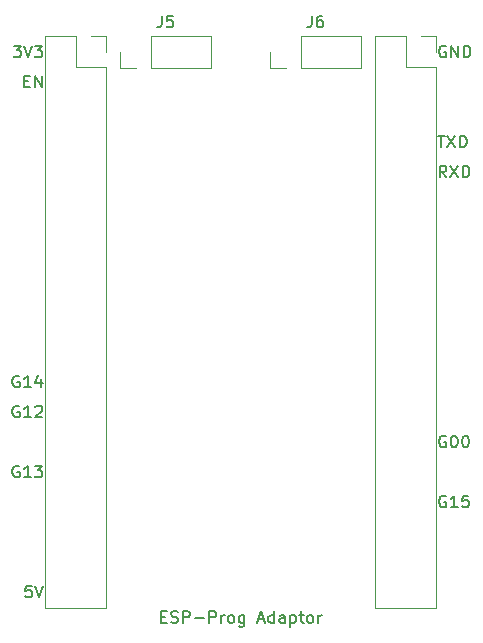
<source format=gbr>
%TF.GenerationSoftware,KiCad,Pcbnew,(5.1.9)-1*%
%TF.CreationDate,2021-09-08T22:52:31+09:00*%
%TF.ProjectId,esp-prog-adator,6573702d-7072-46f6-972d-616461746f72,rev?*%
%TF.SameCoordinates,Original*%
%TF.FileFunction,Legend,Top*%
%TF.FilePolarity,Positive*%
%FSLAX46Y46*%
G04 Gerber Fmt 4.6, Leading zero omitted, Abs format (unit mm)*
G04 Created by KiCad (PCBNEW (5.1.9)-1) date 2021-09-08 22:52:31*
%MOMM*%
%LPD*%
G01*
G04 APERTURE LIST*
%ADD10C,0.150000*%
%ADD11C,0.120000*%
G04 APERTURE END LIST*
D10*
X116429404Y-108720000D02*
X116334166Y-108672380D01*
X116191309Y-108672380D01*
X116048452Y-108720000D01*
X115953214Y-108815238D01*
X115905595Y-108910476D01*
X115857976Y-109100952D01*
X115857976Y-109243809D01*
X115905595Y-109434285D01*
X115953214Y-109529523D01*
X116048452Y-109624761D01*
X116191309Y-109672380D01*
X116286547Y-109672380D01*
X116429404Y-109624761D01*
X116477023Y-109577142D01*
X116477023Y-109243809D01*
X116286547Y-109243809D01*
X117429404Y-109672380D02*
X116857976Y-109672380D01*
X117143690Y-109672380D02*
X117143690Y-108672380D01*
X117048452Y-108815238D01*
X116953214Y-108910476D01*
X116857976Y-108958095D01*
X118334166Y-108672380D02*
X117857976Y-108672380D01*
X117810357Y-109148571D01*
X117857976Y-109100952D01*
X117953214Y-109053333D01*
X118191309Y-109053333D01*
X118286547Y-109100952D01*
X118334166Y-109148571D01*
X118381785Y-109243809D01*
X118381785Y-109481904D01*
X118334166Y-109577142D01*
X118286547Y-109624761D01*
X118191309Y-109672380D01*
X117953214Y-109672380D01*
X117857976Y-109624761D01*
X117810357Y-109577142D01*
X116429404Y-103640000D02*
X116334166Y-103592380D01*
X116191309Y-103592380D01*
X116048452Y-103640000D01*
X115953214Y-103735238D01*
X115905595Y-103830476D01*
X115857976Y-104020952D01*
X115857976Y-104163809D01*
X115905595Y-104354285D01*
X115953214Y-104449523D01*
X116048452Y-104544761D01*
X116191309Y-104592380D01*
X116286547Y-104592380D01*
X116429404Y-104544761D01*
X116477023Y-104497142D01*
X116477023Y-104163809D01*
X116286547Y-104163809D01*
X117096071Y-103592380D02*
X117191309Y-103592380D01*
X117286547Y-103640000D01*
X117334166Y-103687619D01*
X117381785Y-103782857D01*
X117429404Y-103973333D01*
X117429404Y-104211428D01*
X117381785Y-104401904D01*
X117334166Y-104497142D01*
X117286547Y-104544761D01*
X117191309Y-104592380D01*
X117096071Y-104592380D01*
X117000833Y-104544761D01*
X116953214Y-104497142D01*
X116905595Y-104401904D01*
X116857976Y-104211428D01*
X116857976Y-103973333D01*
X116905595Y-103782857D01*
X116953214Y-103687619D01*
X117000833Y-103640000D01*
X117096071Y-103592380D01*
X118048452Y-103592380D02*
X118143690Y-103592380D01*
X118238928Y-103640000D01*
X118286547Y-103687619D01*
X118334166Y-103782857D01*
X118381785Y-103973333D01*
X118381785Y-104211428D01*
X118334166Y-104401904D01*
X118286547Y-104497142D01*
X118238928Y-104544761D01*
X118143690Y-104592380D01*
X118048452Y-104592380D01*
X117953214Y-104544761D01*
X117905595Y-104497142D01*
X117857976Y-104401904D01*
X117810357Y-104211428D01*
X117810357Y-103973333D01*
X117857976Y-103782857D01*
X117905595Y-103687619D01*
X117953214Y-103640000D01*
X118048452Y-103592380D01*
X115762738Y-78192380D02*
X116334166Y-78192380D01*
X116048452Y-79192380D02*
X116048452Y-78192380D01*
X116572261Y-78192380D02*
X117238928Y-79192380D01*
X117238928Y-78192380D02*
X116572261Y-79192380D01*
X117619880Y-79192380D02*
X117619880Y-78192380D01*
X117857976Y-78192380D01*
X118000833Y-78240000D01*
X118096071Y-78335238D01*
X118143690Y-78430476D01*
X118191309Y-78620952D01*
X118191309Y-78763809D01*
X118143690Y-78954285D01*
X118096071Y-79049523D01*
X118000833Y-79144761D01*
X117857976Y-79192380D01*
X117619880Y-79192380D01*
X116477023Y-81732380D02*
X116143690Y-81256190D01*
X115905595Y-81732380D02*
X115905595Y-80732380D01*
X116286547Y-80732380D01*
X116381785Y-80780000D01*
X116429404Y-80827619D01*
X116477023Y-80922857D01*
X116477023Y-81065714D01*
X116429404Y-81160952D01*
X116381785Y-81208571D01*
X116286547Y-81256190D01*
X115905595Y-81256190D01*
X116810357Y-80732380D02*
X117477023Y-81732380D01*
X117477023Y-80732380D02*
X116810357Y-81732380D01*
X117857976Y-81732380D02*
X117857976Y-80732380D01*
X118096071Y-80732380D01*
X118238928Y-80780000D01*
X118334166Y-80875238D01*
X118381785Y-80970476D01*
X118429404Y-81160952D01*
X118429404Y-81303809D01*
X118381785Y-81494285D01*
X118334166Y-81589523D01*
X118238928Y-81684761D01*
X118096071Y-81732380D01*
X117857976Y-81732380D01*
X80738214Y-73588571D02*
X81071547Y-73588571D01*
X81214404Y-74112380D02*
X80738214Y-74112380D01*
X80738214Y-73112380D01*
X81214404Y-73112380D01*
X81642976Y-74112380D02*
X81642976Y-73112380D01*
X82214404Y-74112380D01*
X82214404Y-73112380D01*
X80309642Y-101100000D02*
X80214404Y-101052380D01*
X80071547Y-101052380D01*
X79928690Y-101100000D01*
X79833452Y-101195238D01*
X79785833Y-101290476D01*
X79738214Y-101480952D01*
X79738214Y-101623809D01*
X79785833Y-101814285D01*
X79833452Y-101909523D01*
X79928690Y-102004761D01*
X80071547Y-102052380D01*
X80166785Y-102052380D01*
X80309642Y-102004761D01*
X80357261Y-101957142D01*
X80357261Y-101623809D01*
X80166785Y-101623809D01*
X81309642Y-102052380D02*
X80738214Y-102052380D01*
X81023928Y-102052380D02*
X81023928Y-101052380D01*
X80928690Y-101195238D01*
X80833452Y-101290476D01*
X80738214Y-101338095D01*
X81690595Y-101147619D02*
X81738214Y-101100000D01*
X81833452Y-101052380D01*
X82071547Y-101052380D01*
X82166785Y-101100000D01*
X82214404Y-101147619D01*
X82262023Y-101242857D01*
X82262023Y-101338095D01*
X82214404Y-101480952D01*
X81642976Y-102052380D01*
X82262023Y-102052380D01*
X80309642Y-98560000D02*
X80214404Y-98512380D01*
X80071547Y-98512380D01*
X79928690Y-98560000D01*
X79833452Y-98655238D01*
X79785833Y-98750476D01*
X79738214Y-98940952D01*
X79738214Y-99083809D01*
X79785833Y-99274285D01*
X79833452Y-99369523D01*
X79928690Y-99464761D01*
X80071547Y-99512380D01*
X80166785Y-99512380D01*
X80309642Y-99464761D01*
X80357261Y-99417142D01*
X80357261Y-99083809D01*
X80166785Y-99083809D01*
X81309642Y-99512380D02*
X80738214Y-99512380D01*
X81023928Y-99512380D02*
X81023928Y-98512380D01*
X80928690Y-98655238D01*
X80833452Y-98750476D01*
X80738214Y-98798095D01*
X82166785Y-98845714D02*
X82166785Y-99512380D01*
X81928690Y-98464761D02*
X81690595Y-99179047D01*
X82309642Y-99179047D01*
X80309642Y-106180000D02*
X80214404Y-106132380D01*
X80071547Y-106132380D01*
X79928690Y-106180000D01*
X79833452Y-106275238D01*
X79785833Y-106370476D01*
X79738214Y-106560952D01*
X79738214Y-106703809D01*
X79785833Y-106894285D01*
X79833452Y-106989523D01*
X79928690Y-107084761D01*
X80071547Y-107132380D01*
X80166785Y-107132380D01*
X80309642Y-107084761D01*
X80357261Y-107037142D01*
X80357261Y-106703809D01*
X80166785Y-106703809D01*
X81309642Y-107132380D02*
X80738214Y-107132380D01*
X81023928Y-107132380D02*
X81023928Y-106132380D01*
X80928690Y-106275238D01*
X80833452Y-106370476D01*
X80738214Y-106418095D01*
X81642976Y-106132380D02*
X82262023Y-106132380D01*
X81928690Y-106513333D01*
X82071547Y-106513333D01*
X82166785Y-106560952D01*
X82214404Y-106608571D01*
X82262023Y-106703809D01*
X82262023Y-106941904D01*
X82214404Y-107037142D01*
X82166785Y-107084761D01*
X82071547Y-107132380D01*
X81785833Y-107132380D01*
X81690595Y-107084761D01*
X81642976Y-107037142D01*
X116429404Y-70620000D02*
X116334166Y-70572380D01*
X116191309Y-70572380D01*
X116048452Y-70620000D01*
X115953214Y-70715238D01*
X115905595Y-70810476D01*
X115857976Y-71000952D01*
X115857976Y-71143809D01*
X115905595Y-71334285D01*
X115953214Y-71429523D01*
X116048452Y-71524761D01*
X116191309Y-71572380D01*
X116286547Y-71572380D01*
X116429404Y-71524761D01*
X116477023Y-71477142D01*
X116477023Y-71143809D01*
X116286547Y-71143809D01*
X116905595Y-71572380D02*
X116905595Y-70572380D01*
X117477023Y-71572380D01*
X117477023Y-70572380D01*
X117953214Y-71572380D02*
X117953214Y-70572380D01*
X118191309Y-70572380D01*
X118334166Y-70620000D01*
X118429404Y-70715238D01*
X118477023Y-70810476D01*
X118524642Y-71000952D01*
X118524642Y-71143809D01*
X118477023Y-71334285D01*
X118429404Y-71429523D01*
X118334166Y-71524761D01*
X118191309Y-71572380D01*
X117953214Y-71572380D01*
X81357261Y-116292380D02*
X80881071Y-116292380D01*
X80833452Y-116768571D01*
X80881071Y-116720952D01*
X80976309Y-116673333D01*
X81214404Y-116673333D01*
X81309642Y-116720952D01*
X81357261Y-116768571D01*
X81404880Y-116863809D01*
X81404880Y-117101904D01*
X81357261Y-117197142D01*
X81309642Y-117244761D01*
X81214404Y-117292380D01*
X80976309Y-117292380D01*
X80881071Y-117244761D01*
X80833452Y-117197142D01*
X81690595Y-116292380D02*
X82023928Y-117292380D01*
X82357261Y-116292380D01*
X79833452Y-70572380D02*
X80452500Y-70572380D01*
X80119166Y-70953333D01*
X80262023Y-70953333D01*
X80357261Y-71000952D01*
X80404880Y-71048571D01*
X80452500Y-71143809D01*
X80452500Y-71381904D01*
X80404880Y-71477142D01*
X80357261Y-71524761D01*
X80262023Y-71572380D01*
X79976309Y-71572380D01*
X79881071Y-71524761D01*
X79833452Y-71477142D01*
X80738214Y-70572380D02*
X81071547Y-71572380D01*
X81404880Y-70572380D01*
X81642976Y-70572380D02*
X82262023Y-70572380D01*
X81928690Y-70953333D01*
X82071547Y-70953333D01*
X82166785Y-71000952D01*
X82214404Y-71048571D01*
X82262023Y-71143809D01*
X82262023Y-71381904D01*
X82214404Y-71477142D01*
X82166785Y-71524761D01*
X82071547Y-71572380D01*
X81785833Y-71572380D01*
X81690595Y-71524761D01*
X81642976Y-71477142D01*
X92321904Y-118928571D02*
X92655238Y-118928571D01*
X92798095Y-119452380D02*
X92321904Y-119452380D01*
X92321904Y-118452380D01*
X92798095Y-118452380D01*
X93179047Y-119404761D02*
X93321904Y-119452380D01*
X93560000Y-119452380D01*
X93655238Y-119404761D01*
X93702857Y-119357142D01*
X93750476Y-119261904D01*
X93750476Y-119166666D01*
X93702857Y-119071428D01*
X93655238Y-119023809D01*
X93560000Y-118976190D01*
X93369523Y-118928571D01*
X93274285Y-118880952D01*
X93226666Y-118833333D01*
X93179047Y-118738095D01*
X93179047Y-118642857D01*
X93226666Y-118547619D01*
X93274285Y-118500000D01*
X93369523Y-118452380D01*
X93607619Y-118452380D01*
X93750476Y-118500000D01*
X94179047Y-119452380D02*
X94179047Y-118452380D01*
X94560000Y-118452380D01*
X94655238Y-118500000D01*
X94702857Y-118547619D01*
X94750476Y-118642857D01*
X94750476Y-118785714D01*
X94702857Y-118880952D01*
X94655238Y-118928571D01*
X94560000Y-118976190D01*
X94179047Y-118976190D01*
X95179047Y-119071428D02*
X95940952Y-119071428D01*
X96417142Y-119452380D02*
X96417142Y-118452380D01*
X96798095Y-118452380D01*
X96893333Y-118500000D01*
X96940952Y-118547619D01*
X96988571Y-118642857D01*
X96988571Y-118785714D01*
X96940952Y-118880952D01*
X96893333Y-118928571D01*
X96798095Y-118976190D01*
X96417142Y-118976190D01*
X97417142Y-119452380D02*
X97417142Y-118785714D01*
X97417142Y-118976190D02*
X97464761Y-118880952D01*
X97512380Y-118833333D01*
X97607619Y-118785714D01*
X97702857Y-118785714D01*
X98179047Y-119452380D02*
X98083809Y-119404761D01*
X98036190Y-119357142D01*
X97988571Y-119261904D01*
X97988571Y-118976190D01*
X98036190Y-118880952D01*
X98083809Y-118833333D01*
X98179047Y-118785714D01*
X98321904Y-118785714D01*
X98417142Y-118833333D01*
X98464761Y-118880952D01*
X98512380Y-118976190D01*
X98512380Y-119261904D01*
X98464761Y-119357142D01*
X98417142Y-119404761D01*
X98321904Y-119452380D01*
X98179047Y-119452380D01*
X99369523Y-118785714D02*
X99369523Y-119595238D01*
X99321904Y-119690476D01*
X99274285Y-119738095D01*
X99179047Y-119785714D01*
X99036190Y-119785714D01*
X98940952Y-119738095D01*
X99369523Y-119404761D02*
X99274285Y-119452380D01*
X99083809Y-119452380D01*
X98988571Y-119404761D01*
X98940952Y-119357142D01*
X98893333Y-119261904D01*
X98893333Y-118976190D01*
X98940952Y-118880952D01*
X98988571Y-118833333D01*
X99083809Y-118785714D01*
X99274285Y-118785714D01*
X99369523Y-118833333D01*
X100560000Y-119166666D02*
X101036190Y-119166666D01*
X100464761Y-119452380D02*
X100798095Y-118452380D01*
X101131428Y-119452380D01*
X101893333Y-119452380D02*
X101893333Y-118452380D01*
X101893333Y-119404761D02*
X101798095Y-119452380D01*
X101607619Y-119452380D01*
X101512380Y-119404761D01*
X101464761Y-119357142D01*
X101417142Y-119261904D01*
X101417142Y-118976190D01*
X101464761Y-118880952D01*
X101512380Y-118833333D01*
X101607619Y-118785714D01*
X101798095Y-118785714D01*
X101893333Y-118833333D01*
X102798095Y-119452380D02*
X102798095Y-118928571D01*
X102750476Y-118833333D01*
X102655238Y-118785714D01*
X102464761Y-118785714D01*
X102369523Y-118833333D01*
X102798095Y-119404761D02*
X102702857Y-119452380D01*
X102464761Y-119452380D01*
X102369523Y-119404761D01*
X102321904Y-119309523D01*
X102321904Y-119214285D01*
X102369523Y-119119047D01*
X102464761Y-119071428D01*
X102702857Y-119071428D01*
X102798095Y-119023809D01*
X103274285Y-118785714D02*
X103274285Y-119785714D01*
X103274285Y-118833333D02*
X103369523Y-118785714D01*
X103560000Y-118785714D01*
X103655238Y-118833333D01*
X103702857Y-118880952D01*
X103750476Y-118976190D01*
X103750476Y-119261904D01*
X103702857Y-119357142D01*
X103655238Y-119404761D01*
X103560000Y-119452380D01*
X103369523Y-119452380D01*
X103274285Y-119404761D01*
X104036190Y-118785714D02*
X104417142Y-118785714D01*
X104179047Y-118452380D02*
X104179047Y-119309523D01*
X104226666Y-119404761D01*
X104321904Y-119452380D01*
X104417142Y-119452380D01*
X104893333Y-119452380D02*
X104798095Y-119404761D01*
X104750476Y-119357142D01*
X104702857Y-119261904D01*
X104702857Y-118976190D01*
X104750476Y-118880952D01*
X104798095Y-118833333D01*
X104893333Y-118785714D01*
X105036190Y-118785714D01*
X105131428Y-118833333D01*
X105179047Y-118880952D01*
X105226666Y-118976190D01*
X105226666Y-119261904D01*
X105179047Y-119357142D01*
X105131428Y-119404761D01*
X105036190Y-119452380D01*
X104893333Y-119452380D01*
X105655238Y-119452380D02*
X105655238Y-118785714D01*
X105655238Y-118976190D02*
X105702857Y-118880952D01*
X105750476Y-118833333D01*
X105845714Y-118785714D01*
X105940952Y-118785714D01*
D11*
%TO.C,J1*%
X82490000Y-69790000D02*
X85090000Y-69790000D01*
X82490000Y-69790000D02*
X82490000Y-118170000D01*
X82490000Y-118170000D02*
X87690000Y-118170000D01*
X87690000Y-72390000D02*
X87690000Y-118170000D01*
X85090000Y-72390000D02*
X87690000Y-72390000D01*
X85090000Y-69790000D02*
X85090000Y-72390000D01*
X87690000Y-69790000D02*
X87690000Y-71120000D01*
X86360000Y-69790000D02*
X87690000Y-69790000D01*
%TO.C,J5*%
X88840000Y-72450000D02*
X88840000Y-71120000D01*
X90170000Y-72450000D02*
X88840000Y-72450000D01*
X91440000Y-72450000D02*
X91440000Y-69790000D01*
X91440000Y-69790000D02*
X96580000Y-69790000D01*
X91440000Y-72450000D02*
X96580000Y-72450000D01*
X96580000Y-72450000D02*
X96580000Y-69790000D01*
%TO.C,J6*%
X109280000Y-72450000D02*
X109280000Y-69790000D01*
X104140000Y-72450000D02*
X109280000Y-72450000D01*
X104140000Y-69790000D02*
X109280000Y-69790000D01*
X104140000Y-72450000D02*
X104140000Y-69790000D01*
X102870000Y-72450000D02*
X101540000Y-72450000D01*
X101540000Y-72450000D02*
X101540000Y-71120000D01*
%TO.C,J2*%
X114300000Y-69790000D02*
X115630000Y-69790000D01*
X115630000Y-69790000D02*
X115630000Y-71120000D01*
X113030000Y-69790000D02*
X113030000Y-72390000D01*
X113030000Y-72390000D02*
X115630000Y-72390000D01*
X115630000Y-72390000D02*
X115630000Y-118170000D01*
X110430000Y-118170000D02*
X115630000Y-118170000D01*
X110430000Y-69790000D02*
X110430000Y-118170000D01*
X110430000Y-69790000D02*
X113030000Y-69790000D01*
%TO.C,J5*%
D10*
X92376666Y-68032380D02*
X92376666Y-68746666D01*
X92329047Y-68889523D01*
X92233809Y-68984761D01*
X92090952Y-69032380D01*
X91995714Y-69032380D01*
X93329047Y-68032380D02*
X92852857Y-68032380D01*
X92805238Y-68508571D01*
X92852857Y-68460952D01*
X92948095Y-68413333D01*
X93186190Y-68413333D01*
X93281428Y-68460952D01*
X93329047Y-68508571D01*
X93376666Y-68603809D01*
X93376666Y-68841904D01*
X93329047Y-68937142D01*
X93281428Y-68984761D01*
X93186190Y-69032380D01*
X92948095Y-69032380D01*
X92852857Y-68984761D01*
X92805238Y-68937142D01*
%TO.C,J6*%
X105076666Y-68032380D02*
X105076666Y-68746666D01*
X105029047Y-68889523D01*
X104933809Y-68984761D01*
X104790952Y-69032380D01*
X104695714Y-69032380D01*
X105981428Y-68032380D02*
X105790952Y-68032380D01*
X105695714Y-68080000D01*
X105648095Y-68127619D01*
X105552857Y-68270476D01*
X105505238Y-68460952D01*
X105505238Y-68841904D01*
X105552857Y-68937142D01*
X105600476Y-68984761D01*
X105695714Y-69032380D01*
X105886190Y-69032380D01*
X105981428Y-68984761D01*
X106029047Y-68937142D01*
X106076666Y-68841904D01*
X106076666Y-68603809D01*
X106029047Y-68508571D01*
X105981428Y-68460952D01*
X105886190Y-68413333D01*
X105695714Y-68413333D01*
X105600476Y-68460952D01*
X105552857Y-68508571D01*
X105505238Y-68603809D01*
%TD*%
M02*

</source>
